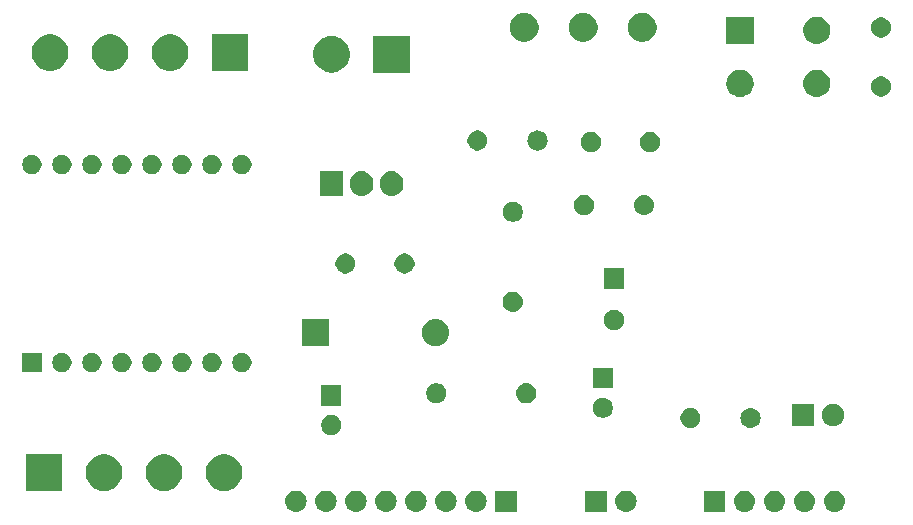
<source format=gbr>
G04 #@! TF.GenerationSoftware,KiCad,Pcbnew,(5.1.0)-1*
G04 #@! TF.CreationDate,2020-06-14T14:54:15-05:00*
G04 #@! TF.ProjectId,ESP32_BridgeH,45535033-325f-4427-9269-646765482e6b,0*
G04 #@! TF.SameCoordinates,Original*
G04 #@! TF.FileFunction,Soldermask,Bot*
G04 #@! TF.FilePolarity,Negative*
%FSLAX46Y46*%
G04 Gerber Fmt 4.6, Leading zero omitted, Abs format (unit mm)*
G04 Created by KiCad (PCBNEW (5.1.0)-1) date 2020-06-14 14:54:15*
%MOMM*%
%LPD*%
G04 APERTURE LIST*
%ADD10C,0.100000*%
G04 APERTURE END LIST*
D10*
G36*
X197087443Y-134868519D02*
G01*
X197153627Y-134875037D01*
X197323466Y-134926557D01*
X197479991Y-135010222D01*
X197515729Y-135039552D01*
X197617186Y-135122814D01*
X197700448Y-135224271D01*
X197729778Y-135260009D01*
X197813443Y-135416534D01*
X197864963Y-135586373D01*
X197882359Y-135763000D01*
X197864963Y-135939627D01*
X197813443Y-136109466D01*
X197729778Y-136265991D01*
X197700448Y-136301729D01*
X197617186Y-136403186D01*
X197515729Y-136486448D01*
X197479991Y-136515778D01*
X197323466Y-136599443D01*
X197153627Y-136650963D01*
X197087443Y-136657481D01*
X197021260Y-136664000D01*
X196932740Y-136664000D01*
X196866557Y-136657481D01*
X196800373Y-136650963D01*
X196630534Y-136599443D01*
X196474009Y-136515778D01*
X196438271Y-136486448D01*
X196336814Y-136403186D01*
X196253552Y-136301729D01*
X196224222Y-136265991D01*
X196140557Y-136109466D01*
X196089037Y-135939627D01*
X196071641Y-135763000D01*
X196089037Y-135586373D01*
X196140557Y-135416534D01*
X196224222Y-135260009D01*
X196253552Y-135224271D01*
X196336814Y-135122814D01*
X196438271Y-135039552D01*
X196474009Y-135010222D01*
X196630534Y-134926557D01*
X196800373Y-134875037D01*
X196866557Y-134868519D01*
X196932740Y-134862000D01*
X197021260Y-134862000D01*
X197087443Y-134868519D01*
X197087443Y-134868519D01*
G37*
G36*
X170065000Y-136664000D02*
G01*
X168263000Y-136664000D01*
X168263000Y-134862000D01*
X170065000Y-134862000D01*
X170065000Y-136664000D01*
X170065000Y-136664000D01*
G37*
G36*
X177685000Y-136664000D02*
G01*
X175883000Y-136664000D01*
X175883000Y-134862000D01*
X177685000Y-134862000D01*
X177685000Y-136664000D01*
X177685000Y-136664000D01*
G37*
G36*
X179434443Y-134868519D02*
G01*
X179500627Y-134875037D01*
X179670466Y-134926557D01*
X179826991Y-135010222D01*
X179862729Y-135039552D01*
X179964186Y-135122814D01*
X180047448Y-135224271D01*
X180076778Y-135260009D01*
X180160443Y-135416534D01*
X180211963Y-135586373D01*
X180229359Y-135763000D01*
X180211963Y-135939627D01*
X180160443Y-136109466D01*
X180076778Y-136265991D01*
X180047448Y-136301729D01*
X179964186Y-136403186D01*
X179862729Y-136486448D01*
X179826991Y-136515778D01*
X179670466Y-136599443D01*
X179500627Y-136650963D01*
X179434443Y-136657481D01*
X179368260Y-136664000D01*
X179279740Y-136664000D01*
X179213557Y-136657481D01*
X179147373Y-136650963D01*
X178977534Y-136599443D01*
X178821009Y-136515778D01*
X178785271Y-136486448D01*
X178683814Y-136403186D01*
X178600552Y-136301729D01*
X178571222Y-136265991D01*
X178487557Y-136109466D01*
X178436037Y-135939627D01*
X178418641Y-135763000D01*
X178436037Y-135586373D01*
X178487557Y-135416534D01*
X178571222Y-135260009D01*
X178600552Y-135224271D01*
X178683814Y-135122814D01*
X178785271Y-135039552D01*
X178821009Y-135010222D01*
X178977534Y-134926557D01*
X179147373Y-134875037D01*
X179213557Y-134868519D01*
X179279740Y-134862000D01*
X179368260Y-134862000D01*
X179434443Y-134868519D01*
X179434443Y-134868519D01*
G37*
G36*
X187718000Y-136664000D02*
G01*
X185916000Y-136664000D01*
X185916000Y-134862000D01*
X187718000Y-134862000D01*
X187718000Y-136664000D01*
X187718000Y-136664000D01*
G37*
G36*
X189467443Y-134868519D02*
G01*
X189533627Y-134875037D01*
X189703466Y-134926557D01*
X189859991Y-135010222D01*
X189895729Y-135039552D01*
X189997186Y-135122814D01*
X190080448Y-135224271D01*
X190109778Y-135260009D01*
X190193443Y-135416534D01*
X190244963Y-135586373D01*
X190262359Y-135763000D01*
X190244963Y-135939627D01*
X190193443Y-136109466D01*
X190109778Y-136265991D01*
X190080448Y-136301729D01*
X189997186Y-136403186D01*
X189895729Y-136486448D01*
X189859991Y-136515778D01*
X189703466Y-136599443D01*
X189533627Y-136650963D01*
X189467443Y-136657481D01*
X189401260Y-136664000D01*
X189312740Y-136664000D01*
X189246557Y-136657481D01*
X189180373Y-136650963D01*
X189010534Y-136599443D01*
X188854009Y-136515778D01*
X188818271Y-136486448D01*
X188716814Y-136403186D01*
X188633552Y-136301729D01*
X188604222Y-136265991D01*
X188520557Y-136109466D01*
X188469037Y-135939627D01*
X188451641Y-135763000D01*
X188469037Y-135586373D01*
X188520557Y-135416534D01*
X188604222Y-135260009D01*
X188633552Y-135224271D01*
X188716814Y-135122814D01*
X188818271Y-135039552D01*
X188854009Y-135010222D01*
X189010534Y-134926557D01*
X189180373Y-134875037D01*
X189246557Y-134868519D01*
X189312740Y-134862000D01*
X189401260Y-134862000D01*
X189467443Y-134868519D01*
X189467443Y-134868519D01*
G37*
G36*
X192007443Y-134868519D02*
G01*
X192073627Y-134875037D01*
X192243466Y-134926557D01*
X192399991Y-135010222D01*
X192435729Y-135039552D01*
X192537186Y-135122814D01*
X192620448Y-135224271D01*
X192649778Y-135260009D01*
X192733443Y-135416534D01*
X192784963Y-135586373D01*
X192802359Y-135763000D01*
X192784963Y-135939627D01*
X192733443Y-136109466D01*
X192649778Y-136265991D01*
X192620448Y-136301729D01*
X192537186Y-136403186D01*
X192435729Y-136486448D01*
X192399991Y-136515778D01*
X192243466Y-136599443D01*
X192073627Y-136650963D01*
X192007443Y-136657481D01*
X191941260Y-136664000D01*
X191852740Y-136664000D01*
X191786557Y-136657481D01*
X191720373Y-136650963D01*
X191550534Y-136599443D01*
X191394009Y-136515778D01*
X191358271Y-136486448D01*
X191256814Y-136403186D01*
X191173552Y-136301729D01*
X191144222Y-136265991D01*
X191060557Y-136109466D01*
X191009037Y-135939627D01*
X190991641Y-135763000D01*
X191009037Y-135586373D01*
X191060557Y-135416534D01*
X191144222Y-135260009D01*
X191173552Y-135224271D01*
X191256814Y-135122814D01*
X191358271Y-135039552D01*
X191394009Y-135010222D01*
X191550534Y-134926557D01*
X191720373Y-134875037D01*
X191786557Y-134868519D01*
X191852740Y-134862000D01*
X191941260Y-134862000D01*
X192007443Y-134868519D01*
X192007443Y-134868519D01*
G37*
G36*
X194547443Y-134868519D02*
G01*
X194613627Y-134875037D01*
X194783466Y-134926557D01*
X194939991Y-135010222D01*
X194975729Y-135039552D01*
X195077186Y-135122814D01*
X195160448Y-135224271D01*
X195189778Y-135260009D01*
X195273443Y-135416534D01*
X195324963Y-135586373D01*
X195342359Y-135763000D01*
X195324963Y-135939627D01*
X195273443Y-136109466D01*
X195189778Y-136265991D01*
X195160448Y-136301729D01*
X195077186Y-136403186D01*
X194975729Y-136486448D01*
X194939991Y-136515778D01*
X194783466Y-136599443D01*
X194613627Y-136650963D01*
X194547443Y-136657481D01*
X194481260Y-136664000D01*
X194392740Y-136664000D01*
X194326557Y-136657481D01*
X194260373Y-136650963D01*
X194090534Y-136599443D01*
X193934009Y-136515778D01*
X193898271Y-136486448D01*
X193796814Y-136403186D01*
X193713552Y-136301729D01*
X193684222Y-136265991D01*
X193600557Y-136109466D01*
X193549037Y-135939627D01*
X193531641Y-135763000D01*
X193549037Y-135586373D01*
X193600557Y-135416534D01*
X193684222Y-135260009D01*
X193713552Y-135224271D01*
X193796814Y-135122814D01*
X193898271Y-135039552D01*
X193934009Y-135010222D01*
X194090534Y-134926557D01*
X194260373Y-134875037D01*
X194326557Y-134868519D01*
X194392740Y-134862000D01*
X194481260Y-134862000D01*
X194547443Y-134868519D01*
X194547443Y-134868519D01*
G37*
G36*
X164194443Y-134868519D02*
G01*
X164260627Y-134875037D01*
X164430466Y-134926557D01*
X164586991Y-135010222D01*
X164622729Y-135039552D01*
X164724186Y-135122814D01*
X164807448Y-135224271D01*
X164836778Y-135260009D01*
X164920443Y-135416534D01*
X164971963Y-135586373D01*
X164989359Y-135763000D01*
X164971963Y-135939627D01*
X164920443Y-136109466D01*
X164836778Y-136265991D01*
X164807448Y-136301729D01*
X164724186Y-136403186D01*
X164622729Y-136486448D01*
X164586991Y-136515778D01*
X164430466Y-136599443D01*
X164260627Y-136650963D01*
X164194443Y-136657481D01*
X164128260Y-136664000D01*
X164039740Y-136664000D01*
X163973557Y-136657481D01*
X163907373Y-136650963D01*
X163737534Y-136599443D01*
X163581009Y-136515778D01*
X163545271Y-136486448D01*
X163443814Y-136403186D01*
X163360552Y-136301729D01*
X163331222Y-136265991D01*
X163247557Y-136109466D01*
X163196037Y-135939627D01*
X163178641Y-135763000D01*
X163196037Y-135586373D01*
X163247557Y-135416534D01*
X163331222Y-135260009D01*
X163360552Y-135224271D01*
X163443814Y-135122814D01*
X163545271Y-135039552D01*
X163581009Y-135010222D01*
X163737534Y-134926557D01*
X163907373Y-134875037D01*
X163973557Y-134868519D01*
X164039740Y-134862000D01*
X164128260Y-134862000D01*
X164194443Y-134868519D01*
X164194443Y-134868519D01*
G37*
G36*
X161654443Y-134868519D02*
G01*
X161720627Y-134875037D01*
X161890466Y-134926557D01*
X162046991Y-135010222D01*
X162082729Y-135039552D01*
X162184186Y-135122814D01*
X162267448Y-135224271D01*
X162296778Y-135260009D01*
X162380443Y-135416534D01*
X162431963Y-135586373D01*
X162449359Y-135763000D01*
X162431963Y-135939627D01*
X162380443Y-136109466D01*
X162296778Y-136265991D01*
X162267448Y-136301729D01*
X162184186Y-136403186D01*
X162082729Y-136486448D01*
X162046991Y-136515778D01*
X161890466Y-136599443D01*
X161720627Y-136650963D01*
X161654443Y-136657481D01*
X161588260Y-136664000D01*
X161499740Y-136664000D01*
X161433557Y-136657481D01*
X161367373Y-136650963D01*
X161197534Y-136599443D01*
X161041009Y-136515778D01*
X161005271Y-136486448D01*
X160903814Y-136403186D01*
X160820552Y-136301729D01*
X160791222Y-136265991D01*
X160707557Y-136109466D01*
X160656037Y-135939627D01*
X160638641Y-135763000D01*
X160656037Y-135586373D01*
X160707557Y-135416534D01*
X160791222Y-135260009D01*
X160820552Y-135224271D01*
X160903814Y-135122814D01*
X161005271Y-135039552D01*
X161041009Y-135010222D01*
X161197534Y-134926557D01*
X161367373Y-134875037D01*
X161433557Y-134868519D01*
X161499740Y-134862000D01*
X161588260Y-134862000D01*
X161654443Y-134868519D01*
X161654443Y-134868519D01*
G37*
G36*
X159114443Y-134868519D02*
G01*
X159180627Y-134875037D01*
X159350466Y-134926557D01*
X159506991Y-135010222D01*
X159542729Y-135039552D01*
X159644186Y-135122814D01*
X159727448Y-135224271D01*
X159756778Y-135260009D01*
X159840443Y-135416534D01*
X159891963Y-135586373D01*
X159909359Y-135763000D01*
X159891963Y-135939627D01*
X159840443Y-136109466D01*
X159756778Y-136265991D01*
X159727448Y-136301729D01*
X159644186Y-136403186D01*
X159542729Y-136486448D01*
X159506991Y-136515778D01*
X159350466Y-136599443D01*
X159180627Y-136650963D01*
X159114443Y-136657481D01*
X159048260Y-136664000D01*
X158959740Y-136664000D01*
X158893557Y-136657481D01*
X158827373Y-136650963D01*
X158657534Y-136599443D01*
X158501009Y-136515778D01*
X158465271Y-136486448D01*
X158363814Y-136403186D01*
X158280552Y-136301729D01*
X158251222Y-136265991D01*
X158167557Y-136109466D01*
X158116037Y-135939627D01*
X158098641Y-135763000D01*
X158116037Y-135586373D01*
X158167557Y-135416534D01*
X158251222Y-135260009D01*
X158280552Y-135224271D01*
X158363814Y-135122814D01*
X158465271Y-135039552D01*
X158501009Y-135010222D01*
X158657534Y-134926557D01*
X158827373Y-134875037D01*
X158893557Y-134868519D01*
X158959740Y-134862000D01*
X159048260Y-134862000D01*
X159114443Y-134868519D01*
X159114443Y-134868519D01*
G37*
G36*
X156574443Y-134868519D02*
G01*
X156640627Y-134875037D01*
X156810466Y-134926557D01*
X156966991Y-135010222D01*
X157002729Y-135039552D01*
X157104186Y-135122814D01*
X157187448Y-135224271D01*
X157216778Y-135260009D01*
X157300443Y-135416534D01*
X157351963Y-135586373D01*
X157369359Y-135763000D01*
X157351963Y-135939627D01*
X157300443Y-136109466D01*
X157216778Y-136265991D01*
X157187448Y-136301729D01*
X157104186Y-136403186D01*
X157002729Y-136486448D01*
X156966991Y-136515778D01*
X156810466Y-136599443D01*
X156640627Y-136650963D01*
X156574443Y-136657481D01*
X156508260Y-136664000D01*
X156419740Y-136664000D01*
X156353557Y-136657481D01*
X156287373Y-136650963D01*
X156117534Y-136599443D01*
X155961009Y-136515778D01*
X155925271Y-136486448D01*
X155823814Y-136403186D01*
X155740552Y-136301729D01*
X155711222Y-136265991D01*
X155627557Y-136109466D01*
X155576037Y-135939627D01*
X155558641Y-135763000D01*
X155576037Y-135586373D01*
X155627557Y-135416534D01*
X155711222Y-135260009D01*
X155740552Y-135224271D01*
X155823814Y-135122814D01*
X155925271Y-135039552D01*
X155961009Y-135010222D01*
X156117534Y-134926557D01*
X156287373Y-134875037D01*
X156353557Y-134868519D01*
X156419740Y-134862000D01*
X156508260Y-134862000D01*
X156574443Y-134868519D01*
X156574443Y-134868519D01*
G37*
G36*
X154034443Y-134868519D02*
G01*
X154100627Y-134875037D01*
X154270466Y-134926557D01*
X154426991Y-135010222D01*
X154462729Y-135039552D01*
X154564186Y-135122814D01*
X154647448Y-135224271D01*
X154676778Y-135260009D01*
X154760443Y-135416534D01*
X154811963Y-135586373D01*
X154829359Y-135763000D01*
X154811963Y-135939627D01*
X154760443Y-136109466D01*
X154676778Y-136265991D01*
X154647448Y-136301729D01*
X154564186Y-136403186D01*
X154462729Y-136486448D01*
X154426991Y-136515778D01*
X154270466Y-136599443D01*
X154100627Y-136650963D01*
X154034443Y-136657481D01*
X153968260Y-136664000D01*
X153879740Y-136664000D01*
X153813557Y-136657481D01*
X153747373Y-136650963D01*
X153577534Y-136599443D01*
X153421009Y-136515778D01*
X153385271Y-136486448D01*
X153283814Y-136403186D01*
X153200552Y-136301729D01*
X153171222Y-136265991D01*
X153087557Y-136109466D01*
X153036037Y-135939627D01*
X153018641Y-135763000D01*
X153036037Y-135586373D01*
X153087557Y-135416534D01*
X153171222Y-135260009D01*
X153200552Y-135224271D01*
X153283814Y-135122814D01*
X153385271Y-135039552D01*
X153421009Y-135010222D01*
X153577534Y-134926557D01*
X153747373Y-134875037D01*
X153813557Y-134868519D01*
X153879740Y-134862000D01*
X153968260Y-134862000D01*
X154034443Y-134868519D01*
X154034443Y-134868519D01*
G37*
G36*
X151494443Y-134868519D02*
G01*
X151560627Y-134875037D01*
X151730466Y-134926557D01*
X151886991Y-135010222D01*
X151922729Y-135039552D01*
X152024186Y-135122814D01*
X152107448Y-135224271D01*
X152136778Y-135260009D01*
X152220443Y-135416534D01*
X152271963Y-135586373D01*
X152289359Y-135763000D01*
X152271963Y-135939627D01*
X152220443Y-136109466D01*
X152136778Y-136265991D01*
X152107448Y-136301729D01*
X152024186Y-136403186D01*
X151922729Y-136486448D01*
X151886991Y-136515778D01*
X151730466Y-136599443D01*
X151560627Y-136650963D01*
X151494443Y-136657481D01*
X151428260Y-136664000D01*
X151339740Y-136664000D01*
X151273557Y-136657481D01*
X151207373Y-136650963D01*
X151037534Y-136599443D01*
X150881009Y-136515778D01*
X150845271Y-136486448D01*
X150743814Y-136403186D01*
X150660552Y-136301729D01*
X150631222Y-136265991D01*
X150547557Y-136109466D01*
X150496037Y-135939627D01*
X150478641Y-135763000D01*
X150496037Y-135586373D01*
X150547557Y-135416534D01*
X150631222Y-135260009D01*
X150660552Y-135224271D01*
X150743814Y-135122814D01*
X150845271Y-135039552D01*
X150881009Y-135010222D01*
X151037534Y-134926557D01*
X151207373Y-134875037D01*
X151273557Y-134868519D01*
X151339740Y-134862000D01*
X151428260Y-134862000D01*
X151494443Y-134868519D01*
X151494443Y-134868519D01*
G37*
G36*
X166734443Y-134868519D02*
G01*
X166800627Y-134875037D01*
X166970466Y-134926557D01*
X167126991Y-135010222D01*
X167162729Y-135039552D01*
X167264186Y-135122814D01*
X167347448Y-135224271D01*
X167376778Y-135260009D01*
X167460443Y-135416534D01*
X167511963Y-135586373D01*
X167529359Y-135763000D01*
X167511963Y-135939627D01*
X167460443Y-136109466D01*
X167376778Y-136265991D01*
X167347448Y-136301729D01*
X167264186Y-136403186D01*
X167162729Y-136486448D01*
X167126991Y-136515778D01*
X166970466Y-136599443D01*
X166800627Y-136650963D01*
X166734443Y-136657481D01*
X166668260Y-136664000D01*
X166579740Y-136664000D01*
X166513557Y-136657481D01*
X166447373Y-136650963D01*
X166277534Y-136599443D01*
X166121009Y-136515778D01*
X166085271Y-136486448D01*
X165983814Y-136403186D01*
X165900552Y-136301729D01*
X165871222Y-136265991D01*
X165787557Y-136109466D01*
X165736037Y-135939627D01*
X165718641Y-135763000D01*
X165736037Y-135586373D01*
X165787557Y-135416534D01*
X165871222Y-135260009D01*
X165900552Y-135224271D01*
X165983814Y-135122814D01*
X166085271Y-135039552D01*
X166121009Y-135010222D01*
X166277534Y-134926557D01*
X166447373Y-134875037D01*
X166513557Y-134868519D01*
X166579740Y-134862000D01*
X166668260Y-134862000D01*
X166734443Y-134868519D01*
X166734443Y-134868519D01*
G37*
G36*
X131599000Y-134901000D02*
G01*
X128497000Y-134901000D01*
X128497000Y-131799000D01*
X131599000Y-131799000D01*
X131599000Y-134901000D01*
X131599000Y-134901000D01*
G37*
G36*
X145590585Y-131828802D02*
G01*
X145740410Y-131858604D01*
X146022674Y-131975521D01*
X146276705Y-132145259D01*
X146492741Y-132361295D01*
X146662479Y-132615326D01*
X146779396Y-132897590D01*
X146839000Y-133197240D01*
X146839000Y-133502760D01*
X146779396Y-133802410D01*
X146662479Y-134084674D01*
X146492741Y-134338705D01*
X146276705Y-134554741D01*
X146022674Y-134724479D01*
X145740410Y-134841396D01*
X145590585Y-134871198D01*
X145440761Y-134901000D01*
X145135239Y-134901000D01*
X144985415Y-134871198D01*
X144835590Y-134841396D01*
X144553326Y-134724479D01*
X144299295Y-134554741D01*
X144083259Y-134338705D01*
X143913521Y-134084674D01*
X143796604Y-133802410D01*
X143737000Y-133502760D01*
X143737000Y-133197240D01*
X143796604Y-132897590D01*
X143913521Y-132615326D01*
X144083259Y-132361295D01*
X144299295Y-132145259D01*
X144553326Y-131975521D01*
X144835590Y-131858604D01*
X144985415Y-131828802D01*
X145135239Y-131799000D01*
X145440761Y-131799000D01*
X145590585Y-131828802D01*
X145590585Y-131828802D01*
G37*
G36*
X135430585Y-131828802D02*
G01*
X135580410Y-131858604D01*
X135862674Y-131975521D01*
X136116705Y-132145259D01*
X136332741Y-132361295D01*
X136502479Y-132615326D01*
X136619396Y-132897590D01*
X136679000Y-133197240D01*
X136679000Y-133502760D01*
X136619396Y-133802410D01*
X136502479Y-134084674D01*
X136332741Y-134338705D01*
X136116705Y-134554741D01*
X135862674Y-134724479D01*
X135580410Y-134841396D01*
X135430585Y-134871198D01*
X135280761Y-134901000D01*
X134975239Y-134901000D01*
X134825415Y-134871198D01*
X134675590Y-134841396D01*
X134393326Y-134724479D01*
X134139295Y-134554741D01*
X133923259Y-134338705D01*
X133753521Y-134084674D01*
X133636604Y-133802410D01*
X133577000Y-133502760D01*
X133577000Y-133197240D01*
X133636604Y-132897590D01*
X133753521Y-132615326D01*
X133923259Y-132361295D01*
X134139295Y-132145259D01*
X134393326Y-131975521D01*
X134675590Y-131858604D01*
X134825415Y-131828802D01*
X134975239Y-131799000D01*
X135280761Y-131799000D01*
X135430585Y-131828802D01*
X135430585Y-131828802D01*
G37*
G36*
X140510585Y-131828802D02*
G01*
X140660410Y-131858604D01*
X140942674Y-131975521D01*
X141196705Y-132145259D01*
X141412741Y-132361295D01*
X141582479Y-132615326D01*
X141699396Y-132897590D01*
X141759000Y-133197240D01*
X141759000Y-133502760D01*
X141699396Y-133802410D01*
X141582479Y-134084674D01*
X141412741Y-134338705D01*
X141196705Y-134554741D01*
X140942674Y-134724479D01*
X140660410Y-134841396D01*
X140510585Y-134871198D01*
X140360761Y-134901000D01*
X140055239Y-134901000D01*
X139905415Y-134871198D01*
X139755590Y-134841396D01*
X139473326Y-134724479D01*
X139219295Y-134554741D01*
X139003259Y-134338705D01*
X138833521Y-134084674D01*
X138716604Y-133802410D01*
X138657000Y-133502760D01*
X138657000Y-133197240D01*
X138716604Y-132897590D01*
X138833521Y-132615326D01*
X139003259Y-132361295D01*
X139219295Y-132145259D01*
X139473326Y-131975521D01*
X139755590Y-131858604D01*
X139905415Y-131828802D01*
X140055239Y-131799000D01*
X140360761Y-131799000D01*
X140510585Y-131828802D01*
X140510585Y-131828802D01*
G37*
G36*
X154616228Y-128491703D02*
G01*
X154771100Y-128555853D01*
X154910481Y-128648985D01*
X155029015Y-128767519D01*
X155122147Y-128906900D01*
X155186297Y-129061772D01*
X155219000Y-129226184D01*
X155219000Y-129393816D01*
X155186297Y-129558228D01*
X155122147Y-129713100D01*
X155029015Y-129852481D01*
X154910481Y-129971015D01*
X154771100Y-130064147D01*
X154616228Y-130128297D01*
X154451816Y-130161000D01*
X154284184Y-130161000D01*
X154119772Y-130128297D01*
X153964900Y-130064147D01*
X153825519Y-129971015D01*
X153706985Y-129852481D01*
X153613853Y-129713100D01*
X153549703Y-129558228D01*
X153517000Y-129393816D01*
X153517000Y-129226184D01*
X153549703Y-129061772D01*
X153613853Y-128906900D01*
X153706985Y-128767519D01*
X153825519Y-128648985D01*
X153964900Y-128555853D01*
X154119772Y-128491703D01*
X154284184Y-128459000D01*
X154451816Y-128459000D01*
X154616228Y-128491703D01*
X154616228Y-128491703D01*
G37*
G36*
X185033228Y-127895703D02*
G01*
X185188100Y-127959853D01*
X185327481Y-128052985D01*
X185446015Y-128171519D01*
X185539147Y-128310900D01*
X185603297Y-128465772D01*
X185636000Y-128630184D01*
X185636000Y-128797816D01*
X185603297Y-128962228D01*
X185539147Y-129117100D01*
X185446015Y-129256481D01*
X185327481Y-129375015D01*
X185188100Y-129468147D01*
X185033228Y-129532297D01*
X184868816Y-129565000D01*
X184701184Y-129565000D01*
X184536772Y-129532297D01*
X184381900Y-129468147D01*
X184242519Y-129375015D01*
X184123985Y-129256481D01*
X184030853Y-129117100D01*
X183966703Y-128962228D01*
X183934000Y-128797816D01*
X183934000Y-128630184D01*
X183966703Y-128465772D01*
X184030853Y-128310900D01*
X184123985Y-128171519D01*
X184242519Y-128052985D01*
X184381900Y-127959853D01*
X184536772Y-127895703D01*
X184701184Y-127863000D01*
X184868816Y-127863000D01*
X185033228Y-127895703D01*
X185033228Y-127895703D01*
G37*
G36*
X190031823Y-127875313D02*
G01*
X190192242Y-127923976D01*
X190259361Y-127959852D01*
X190340078Y-128002996D01*
X190469659Y-128109341D01*
X190576004Y-128238922D01*
X190576005Y-128238924D01*
X190655024Y-128386758D01*
X190703687Y-128547177D01*
X190720117Y-128714000D01*
X190703687Y-128880823D01*
X190655024Y-129041242D01*
X190614477Y-129117100D01*
X190576004Y-129189078D01*
X190469659Y-129318659D01*
X190340078Y-129425004D01*
X190340076Y-129425005D01*
X190192242Y-129504024D01*
X190031823Y-129552687D01*
X189906804Y-129565000D01*
X189823196Y-129565000D01*
X189698177Y-129552687D01*
X189537758Y-129504024D01*
X189389924Y-129425005D01*
X189389922Y-129425004D01*
X189260341Y-129318659D01*
X189153996Y-129189078D01*
X189115523Y-129117100D01*
X189074976Y-129041242D01*
X189026313Y-128880823D01*
X189009883Y-128714000D01*
X189026313Y-128547177D01*
X189074976Y-128386758D01*
X189153995Y-128238924D01*
X189153996Y-128238922D01*
X189260341Y-128109341D01*
X189389922Y-128002996D01*
X189470639Y-127959852D01*
X189537758Y-127923976D01*
X189698177Y-127875313D01*
X189823196Y-127863000D01*
X189906804Y-127863000D01*
X190031823Y-127875313D01*
X190031823Y-127875313D01*
G37*
G36*
X195261000Y-129411000D02*
G01*
X193359000Y-129411000D01*
X193359000Y-127509000D01*
X195261000Y-127509000D01*
X195261000Y-129411000D01*
X195261000Y-129411000D01*
G37*
G36*
X197127395Y-127545546D02*
G01*
X197300466Y-127617234D01*
X197300467Y-127617235D01*
X197456227Y-127721310D01*
X197588690Y-127853773D01*
X197616708Y-127895705D01*
X197692766Y-128009534D01*
X197764454Y-128182605D01*
X197801000Y-128366333D01*
X197801000Y-128553667D01*
X197764454Y-128737395D01*
X197692766Y-128910466D01*
X197692765Y-128910467D01*
X197588690Y-129066227D01*
X197456227Y-129198690D01*
X197377818Y-129251081D01*
X197300466Y-129302766D01*
X197127395Y-129374454D01*
X196943667Y-129411000D01*
X196756333Y-129411000D01*
X196572605Y-129374454D01*
X196399534Y-129302766D01*
X196322182Y-129251081D01*
X196243773Y-129198690D01*
X196111310Y-129066227D01*
X196007235Y-128910467D01*
X196007234Y-128910466D01*
X195935546Y-128737395D01*
X195899000Y-128553667D01*
X195899000Y-128366333D01*
X195935546Y-128182605D01*
X196007234Y-128009534D01*
X196083292Y-127895705D01*
X196111310Y-127853773D01*
X196243773Y-127721310D01*
X196399533Y-127617235D01*
X196399534Y-127617234D01*
X196572605Y-127545546D01*
X196756333Y-127509000D01*
X196943667Y-127509000D01*
X197127395Y-127545546D01*
X197127395Y-127545546D01*
G37*
G36*
X177604228Y-127030703D02*
G01*
X177759100Y-127094853D01*
X177898481Y-127187985D01*
X178017015Y-127306519D01*
X178110147Y-127445900D01*
X178174297Y-127600772D01*
X178207000Y-127765184D01*
X178207000Y-127932816D01*
X178174297Y-128097228D01*
X178110147Y-128252100D01*
X178017015Y-128391481D01*
X177898481Y-128510015D01*
X177759100Y-128603147D01*
X177604228Y-128667297D01*
X177439816Y-128700000D01*
X177272184Y-128700000D01*
X177107772Y-128667297D01*
X176952900Y-128603147D01*
X176813519Y-128510015D01*
X176694985Y-128391481D01*
X176601853Y-128252100D01*
X176537703Y-128097228D01*
X176505000Y-127932816D01*
X176505000Y-127765184D01*
X176537703Y-127600772D01*
X176601853Y-127445900D01*
X176694985Y-127306519D01*
X176813519Y-127187985D01*
X176952900Y-127094853D01*
X177107772Y-127030703D01*
X177272184Y-126998000D01*
X177439816Y-126998000D01*
X177604228Y-127030703D01*
X177604228Y-127030703D01*
G37*
G36*
X155219000Y-127661000D02*
G01*
X153517000Y-127661000D01*
X153517000Y-125959000D01*
X155219000Y-125959000D01*
X155219000Y-127661000D01*
X155219000Y-127661000D01*
G37*
G36*
X163506228Y-125800703D02*
G01*
X163661100Y-125864853D01*
X163800481Y-125957985D01*
X163919015Y-126076519D01*
X164012147Y-126215900D01*
X164076297Y-126370772D01*
X164109000Y-126535184D01*
X164109000Y-126702816D01*
X164076297Y-126867228D01*
X164012147Y-127022100D01*
X163919015Y-127161481D01*
X163800481Y-127280015D01*
X163661100Y-127373147D01*
X163506228Y-127437297D01*
X163341816Y-127470000D01*
X163174184Y-127470000D01*
X163009772Y-127437297D01*
X162854900Y-127373147D01*
X162715519Y-127280015D01*
X162596985Y-127161481D01*
X162503853Y-127022100D01*
X162439703Y-126867228D01*
X162407000Y-126702816D01*
X162407000Y-126535184D01*
X162439703Y-126370772D01*
X162503853Y-126215900D01*
X162596985Y-126076519D01*
X162715519Y-125957985D01*
X162854900Y-125864853D01*
X163009772Y-125800703D01*
X163174184Y-125768000D01*
X163341816Y-125768000D01*
X163506228Y-125800703D01*
X163506228Y-125800703D01*
G37*
G36*
X171044823Y-125780313D02*
G01*
X171205242Y-125828976D01*
X171272361Y-125864852D01*
X171353078Y-125907996D01*
X171482659Y-126014341D01*
X171589004Y-126143922D01*
X171589005Y-126143924D01*
X171668024Y-126291758D01*
X171716687Y-126452177D01*
X171733117Y-126619000D01*
X171716687Y-126785823D01*
X171668024Y-126946242D01*
X171597114Y-127078906D01*
X171589004Y-127094078D01*
X171482659Y-127223659D01*
X171353078Y-127330004D01*
X171353076Y-127330005D01*
X171205242Y-127409024D01*
X171044823Y-127457687D01*
X170919804Y-127470000D01*
X170836196Y-127470000D01*
X170711177Y-127457687D01*
X170550758Y-127409024D01*
X170402924Y-127330005D01*
X170402922Y-127330004D01*
X170273341Y-127223659D01*
X170166996Y-127094078D01*
X170158886Y-127078906D01*
X170087976Y-126946242D01*
X170039313Y-126785823D01*
X170022883Y-126619000D01*
X170039313Y-126452177D01*
X170087976Y-126291758D01*
X170166995Y-126143924D01*
X170166996Y-126143922D01*
X170273341Y-126014341D01*
X170402922Y-125907996D01*
X170483639Y-125864852D01*
X170550758Y-125828976D01*
X170711177Y-125780313D01*
X170836196Y-125768000D01*
X170919804Y-125768000D01*
X171044823Y-125780313D01*
X171044823Y-125780313D01*
G37*
G36*
X178207000Y-126200000D02*
G01*
X176505000Y-126200000D01*
X176505000Y-124498000D01*
X178207000Y-124498000D01*
X178207000Y-126200000D01*
X178207000Y-126200000D01*
G37*
G36*
X134349142Y-123234242D02*
G01*
X134497101Y-123295529D01*
X134630255Y-123384499D01*
X134743501Y-123497745D01*
X134832471Y-123630899D01*
X134893758Y-123778858D01*
X134925000Y-123935925D01*
X134925000Y-124096075D01*
X134893758Y-124253142D01*
X134832471Y-124401101D01*
X134743501Y-124534255D01*
X134630255Y-124647501D01*
X134497101Y-124736471D01*
X134349142Y-124797758D01*
X134192075Y-124829000D01*
X134031925Y-124829000D01*
X133874858Y-124797758D01*
X133726899Y-124736471D01*
X133593745Y-124647501D01*
X133480499Y-124534255D01*
X133391529Y-124401101D01*
X133330242Y-124253142D01*
X133299000Y-124096075D01*
X133299000Y-123935925D01*
X133330242Y-123778858D01*
X133391529Y-123630899D01*
X133480499Y-123497745D01*
X133593745Y-123384499D01*
X133726899Y-123295529D01*
X133874858Y-123234242D01*
X134031925Y-123203000D01*
X134192075Y-123203000D01*
X134349142Y-123234242D01*
X134349142Y-123234242D01*
G37*
G36*
X129845000Y-124829000D02*
G01*
X128219000Y-124829000D01*
X128219000Y-123203000D01*
X129845000Y-123203000D01*
X129845000Y-124829000D01*
X129845000Y-124829000D01*
G37*
G36*
X131809142Y-123234242D02*
G01*
X131957101Y-123295529D01*
X132090255Y-123384499D01*
X132203501Y-123497745D01*
X132292471Y-123630899D01*
X132353758Y-123778858D01*
X132385000Y-123935925D01*
X132385000Y-124096075D01*
X132353758Y-124253142D01*
X132292471Y-124401101D01*
X132203501Y-124534255D01*
X132090255Y-124647501D01*
X131957101Y-124736471D01*
X131809142Y-124797758D01*
X131652075Y-124829000D01*
X131491925Y-124829000D01*
X131334858Y-124797758D01*
X131186899Y-124736471D01*
X131053745Y-124647501D01*
X130940499Y-124534255D01*
X130851529Y-124401101D01*
X130790242Y-124253142D01*
X130759000Y-124096075D01*
X130759000Y-123935925D01*
X130790242Y-123778858D01*
X130851529Y-123630899D01*
X130940499Y-123497745D01*
X131053745Y-123384499D01*
X131186899Y-123295529D01*
X131334858Y-123234242D01*
X131491925Y-123203000D01*
X131652075Y-123203000D01*
X131809142Y-123234242D01*
X131809142Y-123234242D01*
G37*
G36*
X136889142Y-123234242D02*
G01*
X137037101Y-123295529D01*
X137170255Y-123384499D01*
X137283501Y-123497745D01*
X137372471Y-123630899D01*
X137433758Y-123778858D01*
X137465000Y-123935925D01*
X137465000Y-124096075D01*
X137433758Y-124253142D01*
X137372471Y-124401101D01*
X137283501Y-124534255D01*
X137170255Y-124647501D01*
X137037101Y-124736471D01*
X136889142Y-124797758D01*
X136732075Y-124829000D01*
X136571925Y-124829000D01*
X136414858Y-124797758D01*
X136266899Y-124736471D01*
X136133745Y-124647501D01*
X136020499Y-124534255D01*
X135931529Y-124401101D01*
X135870242Y-124253142D01*
X135839000Y-124096075D01*
X135839000Y-123935925D01*
X135870242Y-123778858D01*
X135931529Y-123630899D01*
X136020499Y-123497745D01*
X136133745Y-123384499D01*
X136266899Y-123295529D01*
X136414858Y-123234242D01*
X136571925Y-123203000D01*
X136732075Y-123203000D01*
X136889142Y-123234242D01*
X136889142Y-123234242D01*
G37*
G36*
X139429142Y-123234242D02*
G01*
X139577101Y-123295529D01*
X139710255Y-123384499D01*
X139823501Y-123497745D01*
X139912471Y-123630899D01*
X139973758Y-123778858D01*
X140005000Y-123935925D01*
X140005000Y-124096075D01*
X139973758Y-124253142D01*
X139912471Y-124401101D01*
X139823501Y-124534255D01*
X139710255Y-124647501D01*
X139577101Y-124736471D01*
X139429142Y-124797758D01*
X139272075Y-124829000D01*
X139111925Y-124829000D01*
X138954858Y-124797758D01*
X138806899Y-124736471D01*
X138673745Y-124647501D01*
X138560499Y-124534255D01*
X138471529Y-124401101D01*
X138410242Y-124253142D01*
X138379000Y-124096075D01*
X138379000Y-123935925D01*
X138410242Y-123778858D01*
X138471529Y-123630899D01*
X138560499Y-123497745D01*
X138673745Y-123384499D01*
X138806899Y-123295529D01*
X138954858Y-123234242D01*
X139111925Y-123203000D01*
X139272075Y-123203000D01*
X139429142Y-123234242D01*
X139429142Y-123234242D01*
G37*
G36*
X147049142Y-123234242D02*
G01*
X147197101Y-123295529D01*
X147330255Y-123384499D01*
X147443501Y-123497745D01*
X147532471Y-123630899D01*
X147593758Y-123778858D01*
X147625000Y-123935925D01*
X147625000Y-124096075D01*
X147593758Y-124253142D01*
X147532471Y-124401101D01*
X147443501Y-124534255D01*
X147330255Y-124647501D01*
X147197101Y-124736471D01*
X147049142Y-124797758D01*
X146892075Y-124829000D01*
X146731925Y-124829000D01*
X146574858Y-124797758D01*
X146426899Y-124736471D01*
X146293745Y-124647501D01*
X146180499Y-124534255D01*
X146091529Y-124401101D01*
X146030242Y-124253142D01*
X145999000Y-124096075D01*
X145999000Y-123935925D01*
X146030242Y-123778858D01*
X146091529Y-123630899D01*
X146180499Y-123497745D01*
X146293745Y-123384499D01*
X146426899Y-123295529D01*
X146574858Y-123234242D01*
X146731925Y-123203000D01*
X146892075Y-123203000D01*
X147049142Y-123234242D01*
X147049142Y-123234242D01*
G37*
G36*
X144509142Y-123234242D02*
G01*
X144657101Y-123295529D01*
X144790255Y-123384499D01*
X144903501Y-123497745D01*
X144992471Y-123630899D01*
X145053758Y-123778858D01*
X145085000Y-123935925D01*
X145085000Y-124096075D01*
X145053758Y-124253142D01*
X144992471Y-124401101D01*
X144903501Y-124534255D01*
X144790255Y-124647501D01*
X144657101Y-124736471D01*
X144509142Y-124797758D01*
X144352075Y-124829000D01*
X144191925Y-124829000D01*
X144034858Y-124797758D01*
X143886899Y-124736471D01*
X143753745Y-124647501D01*
X143640499Y-124534255D01*
X143551529Y-124401101D01*
X143490242Y-124253142D01*
X143459000Y-124096075D01*
X143459000Y-123935925D01*
X143490242Y-123778858D01*
X143551529Y-123630899D01*
X143640499Y-123497745D01*
X143753745Y-123384499D01*
X143886899Y-123295529D01*
X144034858Y-123234242D01*
X144191925Y-123203000D01*
X144352075Y-123203000D01*
X144509142Y-123234242D01*
X144509142Y-123234242D01*
G37*
G36*
X141969142Y-123234242D02*
G01*
X142117101Y-123295529D01*
X142250255Y-123384499D01*
X142363501Y-123497745D01*
X142452471Y-123630899D01*
X142513758Y-123778858D01*
X142545000Y-123935925D01*
X142545000Y-124096075D01*
X142513758Y-124253142D01*
X142452471Y-124401101D01*
X142363501Y-124534255D01*
X142250255Y-124647501D01*
X142117101Y-124736471D01*
X141969142Y-124797758D01*
X141812075Y-124829000D01*
X141651925Y-124829000D01*
X141494858Y-124797758D01*
X141346899Y-124736471D01*
X141213745Y-124647501D01*
X141100499Y-124534255D01*
X141011529Y-124401101D01*
X140950242Y-124253142D01*
X140919000Y-124096075D01*
X140919000Y-123935925D01*
X140950242Y-123778858D01*
X141011529Y-123630899D01*
X141100499Y-123497745D01*
X141213745Y-123384499D01*
X141346899Y-123295529D01*
X141494858Y-123234242D01*
X141651925Y-123203000D01*
X141812075Y-123203000D01*
X141969142Y-123234242D01*
X141969142Y-123234242D01*
G37*
G36*
X154186000Y-122627000D02*
G01*
X151884000Y-122627000D01*
X151884000Y-120325000D01*
X154186000Y-120325000D01*
X154186000Y-122627000D01*
X154186000Y-122627000D01*
G37*
G36*
X163364271Y-120336103D02*
G01*
X163420635Y-120341654D01*
X163637600Y-120407470D01*
X163637602Y-120407471D01*
X163837555Y-120514347D01*
X164012818Y-120658182D01*
X164156653Y-120833445D01*
X164217071Y-120946481D01*
X164263530Y-121033400D01*
X164329346Y-121250365D01*
X164351569Y-121476000D01*
X164329346Y-121701634D01*
X164263529Y-121918602D01*
X164156653Y-122118555D01*
X164012818Y-122293818D01*
X163837555Y-122437653D01*
X163637602Y-122544529D01*
X163637600Y-122544530D01*
X163420635Y-122610346D01*
X163364271Y-122615897D01*
X163251545Y-122627000D01*
X163138455Y-122627000D01*
X163025729Y-122615897D01*
X162969365Y-122610346D01*
X162752400Y-122544530D01*
X162752398Y-122544529D01*
X162552445Y-122437653D01*
X162377182Y-122293818D01*
X162233347Y-122118555D01*
X162126471Y-121918602D01*
X162060654Y-121701634D01*
X162038431Y-121476000D01*
X162060654Y-121250365D01*
X162126470Y-121033400D01*
X162172929Y-120946481D01*
X162233347Y-120833445D01*
X162377182Y-120658182D01*
X162552445Y-120514347D01*
X162752398Y-120407471D01*
X162752400Y-120407470D01*
X162969365Y-120341654D01*
X163025729Y-120336103D01*
X163138455Y-120325000D01*
X163251545Y-120325000D01*
X163364271Y-120336103D01*
X163364271Y-120336103D01*
G37*
G36*
X178556228Y-119585703D02*
G01*
X178711100Y-119649853D01*
X178850481Y-119742985D01*
X178969015Y-119861519D01*
X179062147Y-120000900D01*
X179126297Y-120155772D01*
X179159000Y-120320184D01*
X179159000Y-120487816D01*
X179126297Y-120652228D01*
X179062147Y-120807100D01*
X178969015Y-120946481D01*
X178850481Y-121065015D01*
X178711100Y-121158147D01*
X178556228Y-121222297D01*
X178391816Y-121255000D01*
X178224184Y-121255000D01*
X178059772Y-121222297D01*
X177904900Y-121158147D01*
X177765519Y-121065015D01*
X177646985Y-120946481D01*
X177553853Y-120807100D01*
X177489703Y-120652228D01*
X177457000Y-120487816D01*
X177457000Y-120320184D01*
X177489703Y-120155772D01*
X177553853Y-120000900D01*
X177646985Y-119861519D01*
X177765519Y-119742985D01*
X177904900Y-119649853D01*
X178059772Y-119585703D01*
X178224184Y-119553000D01*
X178391816Y-119553000D01*
X178556228Y-119585703D01*
X178556228Y-119585703D01*
G37*
G36*
X169912823Y-118033313D02*
G01*
X170073242Y-118081976D01*
X170205906Y-118152886D01*
X170221078Y-118160996D01*
X170350659Y-118267341D01*
X170457004Y-118396922D01*
X170457005Y-118396924D01*
X170536024Y-118544758D01*
X170584687Y-118705177D01*
X170601117Y-118872000D01*
X170584687Y-119038823D01*
X170536024Y-119199242D01*
X170465114Y-119331906D01*
X170457004Y-119347078D01*
X170350659Y-119476659D01*
X170221078Y-119583004D01*
X170221076Y-119583005D01*
X170073242Y-119662024D01*
X169912823Y-119710687D01*
X169787804Y-119723000D01*
X169704196Y-119723000D01*
X169579177Y-119710687D01*
X169418758Y-119662024D01*
X169270924Y-119583005D01*
X169270922Y-119583004D01*
X169141341Y-119476659D01*
X169034996Y-119347078D01*
X169026886Y-119331906D01*
X168955976Y-119199242D01*
X168907313Y-119038823D01*
X168890883Y-118872000D01*
X168907313Y-118705177D01*
X168955976Y-118544758D01*
X169034995Y-118396924D01*
X169034996Y-118396922D01*
X169141341Y-118267341D01*
X169270922Y-118160996D01*
X169286094Y-118152886D01*
X169418758Y-118081976D01*
X169579177Y-118033313D01*
X169704196Y-118021000D01*
X169787804Y-118021000D01*
X169912823Y-118033313D01*
X169912823Y-118033313D01*
G37*
G36*
X179159000Y-117755000D02*
G01*
X177457000Y-117755000D01*
X177457000Y-116053000D01*
X179159000Y-116053000D01*
X179159000Y-117755000D01*
X179159000Y-117755000D01*
G37*
G36*
X155823228Y-114815703D02*
G01*
X155978100Y-114879853D01*
X156117481Y-114972985D01*
X156236015Y-115091519D01*
X156329147Y-115230900D01*
X156393297Y-115385772D01*
X156426000Y-115550184D01*
X156426000Y-115717816D01*
X156393297Y-115882228D01*
X156329147Y-116037100D01*
X156236015Y-116176481D01*
X156117481Y-116295015D01*
X155978100Y-116388147D01*
X155823228Y-116452297D01*
X155658816Y-116485000D01*
X155491184Y-116485000D01*
X155326772Y-116452297D01*
X155171900Y-116388147D01*
X155032519Y-116295015D01*
X154913985Y-116176481D01*
X154820853Y-116037100D01*
X154756703Y-115882228D01*
X154724000Y-115717816D01*
X154724000Y-115550184D01*
X154756703Y-115385772D01*
X154820853Y-115230900D01*
X154913985Y-115091519D01*
X155032519Y-114972985D01*
X155171900Y-114879853D01*
X155326772Y-114815703D01*
X155491184Y-114783000D01*
X155658816Y-114783000D01*
X155823228Y-114815703D01*
X155823228Y-114815703D01*
G37*
G36*
X160823228Y-114815703D02*
G01*
X160978100Y-114879853D01*
X161117481Y-114972985D01*
X161236015Y-115091519D01*
X161329147Y-115230900D01*
X161393297Y-115385772D01*
X161426000Y-115550184D01*
X161426000Y-115717816D01*
X161393297Y-115882228D01*
X161329147Y-116037100D01*
X161236015Y-116176481D01*
X161117481Y-116295015D01*
X160978100Y-116388147D01*
X160823228Y-116452297D01*
X160658816Y-116485000D01*
X160491184Y-116485000D01*
X160326772Y-116452297D01*
X160171900Y-116388147D01*
X160032519Y-116295015D01*
X159913985Y-116176481D01*
X159820853Y-116037100D01*
X159756703Y-115882228D01*
X159724000Y-115717816D01*
X159724000Y-115550184D01*
X159756703Y-115385772D01*
X159820853Y-115230900D01*
X159913985Y-115091519D01*
X160032519Y-114972985D01*
X160171900Y-114879853D01*
X160326772Y-114815703D01*
X160491184Y-114783000D01*
X160658816Y-114783000D01*
X160823228Y-114815703D01*
X160823228Y-114815703D01*
G37*
G36*
X169994228Y-110433703D02*
G01*
X170149100Y-110497853D01*
X170288481Y-110590985D01*
X170407015Y-110709519D01*
X170500147Y-110848900D01*
X170564297Y-111003772D01*
X170597000Y-111168184D01*
X170597000Y-111335816D01*
X170564297Y-111500228D01*
X170500147Y-111655100D01*
X170407015Y-111794481D01*
X170288481Y-111913015D01*
X170149100Y-112006147D01*
X169994228Y-112070297D01*
X169829816Y-112103000D01*
X169662184Y-112103000D01*
X169497772Y-112070297D01*
X169342900Y-112006147D01*
X169203519Y-111913015D01*
X169084985Y-111794481D01*
X168991853Y-111655100D01*
X168927703Y-111500228D01*
X168895000Y-111335816D01*
X168895000Y-111168184D01*
X168927703Y-111003772D01*
X168991853Y-110848900D01*
X169084985Y-110709519D01*
X169203519Y-110590985D01*
X169342900Y-110497853D01*
X169497772Y-110433703D01*
X169662184Y-110401000D01*
X169829816Y-110401000D01*
X169994228Y-110433703D01*
X169994228Y-110433703D01*
G37*
G36*
X176016228Y-109861703D02*
G01*
X176171100Y-109925853D01*
X176310481Y-110018985D01*
X176429015Y-110137519D01*
X176522147Y-110276900D01*
X176586297Y-110431772D01*
X176619000Y-110596184D01*
X176619000Y-110763816D01*
X176586297Y-110928228D01*
X176522147Y-111083100D01*
X176429015Y-111222481D01*
X176310481Y-111341015D01*
X176171100Y-111434147D01*
X176016228Y-111498297D01*
X175851816Y-111531000D01*
X175684184Y-111531000D01*
X175519772Y-111498297D01*
X175364900Y-111434147D01*
X175225519Y-111341015D01*
X175106985Y-111222481D01*
X175013853Y-111083100D01*
X174949703Y-110928228D01*
X174917000Y-110763816D01*
X174917000Y-110596184D01*
X174949703Y-110431772D01*
X175013853Y-110276900D01*
X175106985Y-110137519D01*
X175225519Y-110018985D01*
X175364900Y-109925853D01*
X175519772Y-109861703D01*
X175684184Y-109829000D01*
X175851816Y-109829000D01*
X176016228Y-109861703D01*
X176016228Y-109861703D01*
G37*
G36*
X181014823Y-109841313D02*
G01*
X181175242Y-109889976D01*
X181225800Y-109917000D01*
X181323078Y-109968996D01*
X181452659Y-110075341D01*
X181559004Y-110204922D01*
X181559005Y-110204924D01*
X181638024Y-110352758D01*
X181686687Y-110513177D01*
X181703117Y-110680000D01*
X181686687Y-110846823D01*
X181638024Y-111007242D01*
X181597477Y-111083100D01*
X181559004Y-111155078D01*
X181452659Y-111284659D01*
X181323078Y-111391004D01*
X181323076Y-111391005D01*
X181175242Y-111470024D01*
X181014823Y-111518687D01*
X180889804Y-111531000D01*
X180806196Y-111531000D01*
X180681177Y-111518687D01*
X180520758Y-111470024D01*
X180372924Y-111391005D01*
X180372922Y-111391004D01*
X180243341Y-111284659D01*
X180136996Y-111155078D01*
X180098523Y-111083100D01*
X180057976Y-111007242D01*
X180009313Y-110846823D01*
X179992883Y-110680000D01*
X180009313Y-110513177D01*
X180057976Y-110352758D01*
X180136995Y-110204924D01*
X180136996Y-110204922D01*
X180243341Y-110075341D01*
X180372922Y-109968996D01*
X180470200Y-109917000D01*
X180520758Y-109889976D01*
X180681177Y-109841313D01*
X180806196Y-109829000D01*
X180889804Y-109829000D01*
X181014823Y-109841313D01*
X181014823Y-109841313D01*
G37*
G36*
X159671719Y-107829520D02*
G01*
X159860880Y-107886901D01*
X159860883Y-107886902D01*
X159953333Y-107936318D01*
X160035212Y-107980083D01*
X160188015Y-108105485D01*
X160313417Y-108258288D01*
X160406599Y-108432619D01*
X160463980Y-108621780D01*
X160478500Y-108769206D01*
X160478500Y-108962793D01*
X160463980Y-109110219D01*
X160406599Y-109299380D01*
X160406598Y-109299383D01*
X160357182Y-109391833D01*
X160313417Y-109473712D01*
X160188015Y-109626515D01*
X160035212Y-109751917D01*
X159860881Y-109845099D01*
X159671720Y-109902480D01*
X159475000Y-109921855D01*
X159278281Y-109902480D01*
X159089120Y-109845099D01*
X158914788Y-109751917D01*
X158761985Y-109626515D01*
X158636583Y-109473712D01*
X158543401Y-109299381D01*
X158486020Y-109110220D01*
X158471500Y-108962794D01*
X158471500Y-108769207D01*
X158486020Y-108621781D01*
X158543401Y-108432620D01*
X158543402Y-108432617D01*
X158592818Y-108340167D01*
X158636583Y-108258288D01*
X158761985Y-108105485D01*
X158914788Y-107980083D01*
X159089119Y-107886901D01*
X159278280Y-107829520D01*
X159475000Y-107810145D01*
X159671719Y-107829520D01*
X159671719Y-107829520D01*
G37*
G36*
X157131719Y-107829520D02*
G01*
X157320880Y-107886901D01*
X157320883Y-107886902D01*
X157413333Y-107936318D01*
X157495212Y-107980083D01*
X157648015Y-108105485D01*
X157773417Y-108258288D01*
X157866599Y-108432619D01*
X157923980Y-108621780D01*
X157938500Y-108769206D01*
X157938500Y-108962793D01*
X157923980Y-109110219D01*
X157866599Y-109299380D01*
X157866598Y-109299383D01*
X157817182Y-109391833D01*
X157773417Y-109473712D01*
X157648015Y-109626515D01*
X157495212Y-109751917D01*
X157320881Y-109845099D01*
X157131720Y-109902480D01*
X156935000Y-109921855D01*
X156738281Y-109902480D01*
X156549120Y-109845099D01*
X156374788Y-109751917D01*
X156221985Y-109626515D01*
X156096583Y-109473712D01*
X156003401Y-109299381D01*
X155946020Y-109110220D01*
X155931500Y-108962794D01*
X155931500Y-108769207D01*
X155946020Y-108621781D01*
X156003401Y-108432620D01*
X156003402Y-108432617D01*
X156052818Y-108340167D01*
X156096583Y-108258288D01*
X156221985Y-108105485D01*
X156374788Y-107980083D01*
X156549119Y-107886901D01*
X156738280Y-107829520D01*
X156935000Y-107810145D01*
X157131719Y-107829520D01*
X157131719Y-107829520D01*
G37*
G36*
X155398500Y-109917000D02*
G01*
X153391500Y-109917000D01*
X153391500Y-107815000D01*
X155398500Y-107815000D01*
X155398500Y-109917000D01*
X155398500Y-109917000D01*
G37*
G36*
X141969142Y-106470242D02*
G01*
X142117101Y-106531529D01*
X142250255Y-106620499D01*
X142363501Y-106733745D01*
X142452471Y-106866899D01*
X142513758Y-107014858D01*
X142545000Y-107171925D01*
X142545000Y-107332075D01*
X142513758Y-107489142D01*
X142452471Y-107637101D01*
X142363501Y-107770255D01*
X142250255Y-107883501D01*
X142117101Y-107972471D01*
X141969142Y-108033758D01*
X141812075Y-108065000D01*
X141651925Y-108065000D01*
X141494858Y-108033758D01*
X141346899Y-107972471D01*
X141213745Y-107883501D01*
X141100499Y-107770255D01*
X141011529Y-107637101D01*
X140950242Y-107489142D01*
X140919000Y-107332075D01*
X140919000Y-107171925D01*
X140950242Y-107014858D01*
X141011529Y-106866899D01*
X141100499Y-106733745D01*
X141213745Y-106620499D01*
X141346899Y-106531529D01*
X141494858Y-106470242D01*
X141651925Y-106439000D01*
X141812075Y-106439000D01*
X141969142Y-106470242D01*
X141969142Y-106470242D01*
G37*
G36*
X139429142Y-106470242D02*
G01*
X139577101Y-106531529D01*
X139710255Y-106620499D01*
X139823501Y-106733745D01*
X139912471Y-106866899D01*
X139973758Y-107014858D01*
X140005000Y-107171925D01*
X140005000Y-107332075D01*
X139973758Y-107489142D01*
X139912471Y-107637101D01*
X139823501Y-107770255D01*
X139710255Y-107883501D01*
X139577101Y-107972471D01*
X139429142Y-108033758D01*
X139272075Y-108065000D01*
X139111925Y-108065000D01*
X138954858Y-108033758D01*
X138806899Y-107972471D01*
X138673745Y-107883501D01*
X138560499Y-107770255D01*
X138471529Y-107637101D01*
X138410242Y-107489142D01*
X138379000Y-107332075D01*
X138379000Y-107171925D01*
X138410242Y-107014858D01*
X138471529Y-106866899D01*
X138560499Y-106733745D01*
X138673745Y-106620499D01*
X138806899Y-106531529D01*
X138954858Y-106470242D01*
X139111925Y-106439000D01*
X139272075Y-106439000D01*
X139429142Y-106470242D01*
X139429142Y-106470242D01*
G37*
G36*
X144509142Y-106470242D02*
G01*
X144657101Y-106531529D01*
X144790255Y-106620499D01*
X144903501Y-106733745D01*
X144992471Y-106866899D01*
X145053758Y-107014858D01*
X145085000Y-107171925D01*
X145085000Y-107332075D01*
X145053758Y-107489142D01*
X144992471Y-107637101D01*
X144903501Y-107770255D01*
X144790255Y-107883501D01*
X144657101Y-107972471D01*
X144509142Y-108033758D01*
X144352075Y-108065000D01*
X144191925Y-108065000D01*
X144034858Y-108033758D01*
X143886899Y-107972471D01*
X143753745Y-107883501D01*
X143640499Y-107770255D01*
X143551529Y-107637101D01*
X143490242Y-107489142D01*
X143459000Y-107332075D01*
X143459000Y-107171925D01*
X143490242Y-107014858D01*
X143551529Y-106866899D01*
X143640499Y-106733745D01*
X143753745Y-106620499D01*
X143886899Y-106531529D01*
X144034858Y-106470242D01*
X144191925Y-106439000D01*
X144352075Y-106439000D01*
X144509142Y-106470242D01*
X144509142Y-106470242D01*
G37*
G36*
X136889142Y-106470242D02*
G01*
X137037101Y-106531529D01*
X137170255Y-106620499D01*
X137283501Y-106733745D01*
X137372471Y-106866899D01*
X137433758Y-107014858D01*
X137465000Y-107171925D01*
X137465000Y-107332075D01*
X137433758Y-107489142D01*
X137372471Y-107637101D01*
X137283501Y-107770255D01*
X137170255Y-107883501D01*
X137037101Y-107972471D01*
X136889142Y-108033758D01*
X136732075Y-108065000D01*
X136571925Y-108065000D01*
X136414858Y-108033758D01*
X136266899Y-107972471D01*
X136133745Y-107883501D01*
X136020499Y-107770255D01*
X135931529Y-107637101D01*
X135870242Y-107489142D01*
X135839000Y-107332075D01*
X135839000Y-107171925D01*
X135870242Y-107014858D01*
X135931529Y-106866899D01*
X136020499Y-106733745D01*
X136133745Y-106620499D01*
X136266899Y-106531529D01*
X136414858Y-106470242D01*
X136571925Y-106439000D01*
X136732075Y-106439000D01*
X136889142Y-106470242D01*
X136889142Y-106470242D01*
G37*
G36*
X131809142Y-106470242D02*
G01*
X131957101Y-106531529D01*
X132090255Y-106620499D01*
X132203501Y-106733745D01*
X132292471Y-106866899D01*
X132353758Y-107014858D01*
X132385000Y-107171925D01*
X132385000Y-107332075D01*
X132353758Y-107489142D01*
X132292471Y-107637101D01*
X132203501Y-107770255D01*
X132090255Y-107883501D01*
X131957101Y-107972471D01*
X131809142Y-108033758D01*
X131652075Y-108065000D01*
X131491925Y-108065000D01*
X131334858Y-108033758D01*
X131186899Y-107972471D01*
X131053745Y-107883501D01*
X130940499Y-107770255D01*
X130851529Y-107637101D01*
X130790242Y-107489142D01*
X130759000Y-107332075D01*
X130759000Y-107171925D01*
X130790242Y-107014858D01*
X130851529Y-106866899D01*
X130940499Y-106733745D01*
X131053745Y-106620499D01*
X131186899Y-106531529D01*
X131334858Y-106470242D01*
X131491925Y-106439000D01*
X131652075Y-106439000D01*
X131809142Y-106470242D01*
X131809142Y-106470242D01*
G37*
G36*
X129269142Y-106470242D02*
G01*
X129417101Y-106531529D01*
X129550255Y-106620499D01*
X129663501Y-106733745D01*
X129752471Y-106866899D01*
X129813758Y-107014858D01*
X129845000Y-107171925D01*
X129845000Y-107332075D01*
X129813758Y-107489142D01*
X129752471Y-107637101D01*
X129663501Y-107770255D01*
X129550255Y-107883501D01*
X129417101Y-107972471D01*
X129269142Y-108033758D01*
X129112075Y-108065000D01*
X128951925Y-108065000D01*
X128794858Y-108033758D01*
X128646899Y-107972471D01*
X128513745Y-107883501D01*
X128400499Y-107770255D01*
X128311529Y-107637101D01*
X128250242Y-107489142D01*
X128219000Y-107332075D01*
X128219000Y-107171925D01*
X128250242Y-107014858D01*
X128311529Y-106866899D01*
X128400499Y-106733745D01*
X128513745Y-106620499D01*
X128646899Y-106531529D01*
X128794858Y-106470242D01*
X128951925Y-106439000D01*
X129112075Y-106439000D01*
X129269142Y-106470242D01*
X129269142Y-106470242D01*
G37*
G36*
X147049142Y-106470242D02*
G01*
X147197101Y-106531529D01*
X147330255Y-106620499D01*
X147443501Y-106733745D01*
X147532471Y-106866899D01*
X147593758Y-107014858D01*
X147625000Y-107171925D01*
X147625000Y-107332075D01*
X147593758Y-107489142D01*
X147532471Y-107637101D01*
X147443501Y-107770255D01*
X147330255Y-107883501D01*
X147197101Y-107972471D01*
X147049142Y-108033758D01*
X146892075Y-108065000D01*
X146731925Y-108065000D01*
X146574858Y-108033758D01*
X146426899Y-107972471D01*
X146293745Y-107883501D01*
X146180499Y-107770255D01*
X146091529Y-107637101D01*
X146030242Y-107489142D01*
X145999000Y-107332075D01*
X145999000Y-107171925D01*
X146030242Y-107014858D01*
X146091529Y-106866899D01*
X146180499Y-106733745D01*
X146293745Y-106620499D01*
X146426899Y-106531529D01*
X146574858Y-106470242D01*
X146731925Y-106439000D01*
X146892075Y-106439000D01*
X147049142Y-106470242D01*
X147049142Y-106470242D01*
G37*
G36*
X134349142Y-106470242D02*
G01*
X134497101Y-106531529D01*
X134630255Y-106620499D01*
X134743501Y-106733745D01*
X134832471Y-106866899D01*
X134893758Y-107014858D01*
X134925000Y-107171925D01*
X134925000Y-107332075D01*
X134893758Y-107489142D01*
X134832471Y-107637101D01*
X134743501Y-107770255D01*
X134630255Y-107883501D01*
X134497101Y-107972471D01*
X134349142Y-108033758D01*
X134192075Y-108065000D01*
X134031925Y-108065000D01*
X133874858Y-108033758D01*
X133726899Y-107972471D01*
X133593745Y-107883501D01*
X133480499Y-107770255D01*
X133391529Y-107637101D01*
X133330242Y-107489142D01*
X133299000Y-107332075D01*
X133299000Y-107171925D01*
X133330242Y-107014858D01*
X133391529Y-106866899D01*
X133480499Y-106733745D01*
X133593745Y-106620499D01*
X133726899Y-106531529D01*
X133874858Y-106470242D01*
X134031925Y-106439000D01*
X134192075Y-106439000D01*
X134349142Y-106470242D01*
X134349142Y-106470242D01*
G37*
G36*
X176604228Y-104527703D02*
G01*
X176759100Y-104591853D01*
X176898481Y-104684985D01*
X177017015Y-104803519D01*
X177110147Y-104942900D01*
X177174297Y-105097772D01*
X177207000Y-105262184D01*
X177207000Y-105429816D01*
X177174297Y-105594228D01*
X177110147Y-105749100D01*
X177017015Y-105888481D01*
X176898481Y-106007015D01*
X176759100Y-106100147D01*
X176604228Y-106164297D01*
X176439816Y-106197000D01*
X176272184Y-106197000D01*
X176107772Y-106164297D01*
X175952900Y-106100147D01*
X175813519Y-106007015D01*
X175694985Y-105888481D01*
X175601853Y-105749100D01*
X175537703Y-105594228D01*
X175505000Y-105429816D01*
X175505000Y-105262184D01*
X175537703Y-105097772D01*
X175601853Y-104942900D01*
X175694985Y-104803519D01*
X175813519Y-104684985D01*
X175952900Y-104591853D01*
X176107772Y-104527703D01*
X176272184Y-104495000D01*
X176439816Y-104495000D01*
X176604228Y-104527703D01*
X176604228Y-104527703D01*
G37*
G36*
X181604228Y-104527703D02*
G01*
X181759100Y-104591853D01*
X181898481Y-104684985D01*
X182017015Y-104803519D01*
X182110147Y-104942900D01*
X182174297Y-105097772D01*
X182207000Y-105262184D01*
X182207000Y-105429816D01*
X182174297Y-105594228D01*
X182110147Y-105749100D01*
X182017015Y-105888481D01*
X181898481Y-106007015D01*
X181759100Y-106100147D01*
X181604228Y-106164297D01*
X181439816Y-106197000D01*
X181272184Y-106197000D01*
X181107772Y-106164297D01*
X180952900Y-106100147D01*
X180813519Y-106007015D01*
X180694985Y-105888481D01*
X180601853Y-105749100D01*
X180537703Y-105594228D01*
X180505000Y-105429816D01*
X180505000Y-105262184D01*
X180537703Y-105097772D01*
X180601853Y-104942900D01*
X180694985Y-104803519D01*
X180813519Y-104684985D01*
X180952900Y-104591853D01*
X181107772Y-104527703D01*
X181272184Y-104495000D01*
X181439816Y-104495000D01*
X181604228Y-104527703D01*
X181604228Y-104527703D01*
G37*
G36*
X171997823Y-104381313D02*
G01*
X172158242Y-104429976D01*
X172225361Y-104465852D01*
X172306078Y-104508996D01*
X172435659Y-104615341D01*
X172542004Y-104744922D01*
X172542005Y-104744924D01*
X172621024Y-104892758D01*
X172669687Y-105053177D01*
X172686117Y-105220000D01*
X172669687Y-105386823D01*
X172621024Y-105547242D01*
X172580477Y-105623100D01*
X172542004Y-105695078D01*
X172435659Y-105824659D01*
X172306078Y-105931004D01*
X172306076Y-105931005D01*
X172158242Y-106010024D01*
X171997823Y-106058687D01*
X171872804Y-106071000D01*
X171789196Y-106071000D01*
X171664177Y-106058687D01*
X171503758Y-106010024D01*
X171355924Y-105931005D01*
X171355922Y-105931004D01*
X171226341Y-105824659D01*
X171119996Y-105695078D01*
X171081523Y-105623100D01*
X171040976Y-105547242D01*
X170992313Y-105386823D01*
X170975883Y-105220000D01*
X170992313Y-105053177D01*
X171040976Y-104892758D01*
X171119995Y-104744924D01*
X171119996Y-104744922D01*
X171226341Y-104615341D01*
X171355922Y-104508996D01*
X171436639Y-104465852D01*
X171503758Y-104429976D01*
X171664177Y-104381313D01*
X171789196Y-104369000D01*
X171872804Y-104369000D01*
X171997823Y-104381313D01*
X171997823Y-104381313D01*
G37*
G36*
X166999228Y-104401703D02*
G01*
X167154100Y-104465853D01*
X167293481Y-104558985D01*
X167412015Y-104677519D01*
X167505147Y-104816900D01*
X167569297Y-104971772D01*
X167602000Y-105136184D01*
X167602000Y-105303816D01*
X167569297Y-105468228D01*
X167505147Y-105623100D01*
X167412015Y-105762481D01*
X167293481Y-105881015D01*
X167154100Y-105974147D01*
X166999228Y-106038297D01*
X166834816Y-106071000D01*
X166667184Y-106071000D01*
X166502772Y-106038297D01*
X166347900Y-105974147D01*
X166208519Y-105881015D01*
X166089985Y-105762481D01*
X165996853Y-105623100D01*
X165932703Y-105468228D01*
X165900000Y-105303816D01*
X165900000Y-105136184D01*
X165932703Y-104971772D01*
X165996853Y-104816900D01*
X166089985Y-104677519D01*
X166208519Y-104558985D01*
X166347900Y-104465853D01*
X166502772Y-104401703D01*
X166667184Y-104369000D01*
X166834816Y-104369000D01*
X166999228Y-104401703D01*
X166999228Y-104401703D01*
G37*
G36*
X189200549Y-99256116D02*
G01*
X189311734Y-99278232D01*
X189521203Y-99364997D01*
X189709720Y-99490960D01*
X189870040Y-99651280D01*
X189996003Y-99839797D01*
X190082768Y-100049266D01*
X190104884Y-100160451D01*
X190127000Y-100271635D01*
X190127000Y-100498365D01*
X190104884Y-100609549D01*
X190082768Y-100720734D01*
X189996003Y-100930203D01*
X189870040Y-101118720D01*
X189709720Y-101279040D01*
X189521203Y-101405003D01*
X189311734Y-101491768D01*
X189200549Y-101513884D01*
X189089365Y-101536000D01*
X188862635Y-101536000D01*
X188751451Y-101513884D01*
X188640266Y-101491768D01*
X188430797Y-101405003D01*
X188242280Y-101279040D01*
X188081960Y-101118720D01*
X187955997Y-100930203D01*
X187869232Y-100720734D01*
X187847116Y-100609549D01*
X187825000Y-100498365D01*
X187825000Y-100271635D01*
X187847116Y-100160451D01*
X187869232Y-100049266D01*
X187955997Y-99839797D01*
X188081960Y-99651280D01*
X188242280Y-99490960D01*
X188430797Y-99364997D01*
X188640266Y-99278232D01*
X188751451Y-99256116D01*
X188862635Y-99234000D01*
X189089365Y-99234000D01*
X189200549Y-99256116D01*
X189200549Y-99256116D01*
G37*
G36*
X195700549Y-99256116D02*
G01*
X195811734Y-99278232D01*
X196021203Y-99364997D01*
X196209720Y-99490960D01*
X196370040Y-99651280D01*
X196496003Y-99839797D01*
X196582768Y-100049266D01*
X196604884Y-100160451D01*
X196627000Y-100271635D01*
X196627000Y-100498365D01*
X196604884Y-100609549D01*
X196582768Y-100720734D01*
X196496003Y-100930203D01*
X196370040Y-101118720D01*
X196209720Y-101279040D01*
X196021203Y-101405003D01*
X195811734Y-101491768D01*
X195700549Y-101513884D01*
X195589365Y-101536000D01*
X195362635Y-101536000D01*
X195251451Y-101513884D01*
X195140266Y-101491768D01*
X194930797Y-101405003D01*
X194742280Y-101279040D01*
X194581960Y-101118720D01*
X194455997Y-100930203D01*
X194369232Y-100720734D01*
X194347116Y-100609549D01*
X194325000Y-100498365D01*
X194325000Y-100271635D01*
X194347116Y-100160451D01*
X194369232Y-100049266D01*
X194455997Y-99839797D01*
X194581960Y-99651280D01*
X194742280Y-99490960D01*
X194930797Y-99364997D01*
X195140266Y-99278232D01*
X195251451Y-99256116D01*
X195362635Y-99234000D01*
X195589365Y-99234000D01*
X195700549Y-99256116D01*
X195700549Y-99256116D01*
G37*
G36*
X201162228Y-99829703D02*
G01*
X201317100Y-99893853D01*
X201456481Y-99986985D01*
X201575015Y-100105519D01*
X201668147Y-100244900D01*
X201732297Y-100399772D01*
X201765000Y-100564184D01*
X201765000Y-100731816D01*
X201732297Y-100896228D01*
X201668147Y-101051100D01*
X201575015Y-101190481D01*
X201456481Y-101309015D01*
X201317100Y-101402147D01*
X201162228Y-101466297D01*
X200997816Y-101499000D01*
X200830184Y-101499000D01*
X200665772Y-101466297D01*
X200510900Y-101402147D01*
X200371519Y-101309015D01*
X200252985Y-101190481D01*
X200159853Y-101051100D01*
X200095703Y-100896228D01*
X200063000Y-100731816D01*
X200063000Y-100564184D01*
X200095703Y-100399772D01*
X200159853Y-100244900D01*
X200252985Y-100105519D01*
X200371519Y-99986985D01*
X200510900Y-99893853D01*
X200665772Y-99829703D01*
X200830184Y-99797000D01*
X200997816Y-99797000D01*
X201162228Y-99829703D01*
X201162228Y-99829703D01*
G37*
G36*
X154697585Y-96395802D02*
G01*
X154847410Y-96425604D01*
X155129674Y-96542521D01*
X155383705Y-96712259D01*
X155599741Y-96928295D01*
X155769479Y-97182326D01*
X155886396Y-97464590D01*
X155946000Y-97764240D01*
X155946000Y-98069760D01*
X155886396Y-98369410D01*
X155769479Y-98651674D01*
X155599741Y-98905705D01*
X155383705Y-99121741D01*
X155129674Y-99291479D01*
X154847410Y-99408396D01*
X154697585Y-99438198D01*
X154547761Y-99468000D01*
X154242239Y-99468000D01*
X154092415Y-99438198D01*
X153942590Y-99408396D01*
X153660326Y-99291479D01*
X153406295Y-99121741D01*
X153190259Y-98905705D01*
X153020521Y-98651674D01*
X152903604Y-98369410D01*
X152844000Y-98069760D01*
X152844000Y-97764240D01*
X152903604Y-97464590D01*
X153020521Y-97182326D01*
X153190259Y-96928295D01*
X153406295Y-96712259D01*
X153660326Y-96542521D01*
X153942590Y-96425604D01*
X154092415Y-96395802D01*
X154242239Y-96366000D01*
X154547761Y-96366000D01*
X154697585Y-96395802D01*
X154697585Y-96395802D01*
G37*
G36*
X161026000Y-99468000D02*
G01*
X157924000Y-99468000D01*
X157924000Y-96366000D01*
X161026000Y-96366000D01*
X161026000Y-99468000D01*
X161026000Y-99468000D01*
G37*
G36*
X147347000Y-99341000D02*
G01*
X144245000Y-99341000D01*
X144245000Y-96239000D01*
X147347000Y-96239000D01*
X147347000Y-99341000D01*
X147347000Y-99341000D01*
G37*
G36*
X135938585Y-96268802D02*
G01*
X136088410Y-96298604D01*
X136370674Y-96415521D01*
X136624705Y-96585259D01*
X136840741Y-96801295D01*
X137010479Y-97055326D01*
X137127396Y-97337590D01*
X137187000Y-97637240D01*
X137187000Y-97942760D01*
X137127396Y-98242410D01*
X137010479Y-98524674D01*
X136840741Y-98778705D01*
X136624705Y-98994741D01*
X136370674Y-99164479D01*
X136088410Y-99281396D01*
X136037719Y-99291479D01*
X135788761Y-99341000D01*
X135483239Y-99341000D01*
X135234281Y-99291479D01*
X135183590Y-99281396D01*
X134901326Y-99164479D01*
X134647295Y-98994741D01*
X134431259Y-98778705D01*
X134261521Y-98524674D01*
X134144604Y-98242410D01*
X134085000Y-97942760D01*
X134085000Y-97637240D01*
X134144604Y-97337590D01*
X134261521Y-97055326D01*
X134431259Y-96801295D01*
X134647295Y-96585259D01*
X134901326Y-96415521D01*
X135183590Y-96298604D01*
X135333415Y-96268802D01*
X135483239Y-96239000D01*
X135788761Y-96239000D01*
X135938585Y-96268802D01*
X135938585Y-96268802D01*
G37*
G36*
X141018585Y-96268802D02*
G01*
X141168410Y-96298604D01*
X141450674Y-96415521D01*
X141704705Y-96585259D01*
X141920741Y-96801295D01*
X142090479Y-97055326D01*
X142207396Y-97337590D01*
X142267000Y-97637240D01*
X142267000Y-97942760D01*
X142207396Y-98242410D01*
X142090479Y-98524674D01*
X141920741Y-98778705D01*
X141704705Y-98994741D01*
X141450674Y-99164479D01*
X141168410Y-99281396D01*
X141117719Y-99291479D01*
X140868761Y-99341000D01*
X140563239Y-99341000D01*
X140314281Y-99291479D01*
X140263590Y-99281396D01*
X139981326Y-99164479D01*
X139727295Y-98994741D01*
X139511259Y-98778705D01*
X139341521Y-98524674D01*
X139224604Y-98242410D01*
X139165000Y-97942760D01*
X139165000Y-97637240D01*
X139224604Y-97337590D01*
X139341521Y-97055326D01*
X139511259Y-96801295D01*
X139727295Y-96585259D01*
X139981326Y-96415521D01*
X140263590Y-96298604D01*
X140413415Y-96268802D01*
X140563239Y-96239000D01*
X140868761Y-96239000D01*
X141018585Y-96268802D01*
X141018585Y-96268802D01*
G37*
G36*
X130858585Y-96268802D02*
G01*
X131008410Y-96298604D01*
X131290674Y-96415521D01*
X131544705Y-96585259D01*
X131760741Y-96801295D01*
X131930479Y-97055326D01*
X132047396Y-97337590D01*
X132107000Y-97637240D01*
X132107000Y-97942760D01*
X132047396Y-98242410D01*
X131930479Y-98524674D01*
X131760741Y-98778705D01*
X131544705Y-98994741D01*
X131290674Y-99164479D01*
X131008410Y-99281396D01*
X130957719Y-99291479D01*
X130708761Y-99341000D01*
X130403239Y-99341000D01*
X130154281Y-99291479D01*
X130103590Y-99281396D01*
X129821326Y-99164479D01*
X129567295Y-98994741D01*
X129351259Y-98778705D01*
X129181521Y-98524674D01*
X129064604Y-98242410D01*
X129005000Y-97942760D01*
X129005000Y-97637240D01*
X129064604Y-97337590D01*
X129181521Y-97055326D01*
X129351259Y-96801295D01*
X129567295Y-96585259D01*
X129821326Y-96415521D01*
X130103590Y-96298604D01*
X130253415Y-96268802D01*
X130403239Y-96239000D01*
X130708761Y-96239000D01*
X130858585Y-96268802D01*
X130858585Y-96268802D01*
G37*
G36*
X195700549Y-94756116D02*
G01*
X195811734Y-94778232D01*
X196021203Y-94864997D01*
X196209720Y-94990960D01*
X196370040Y-95151280D01*
X196496003Y-95339797D01*
X196582768Y-95549266D01*
X196627000Y-95771636D01*
X196627000Y-95998364D01*
X196585031Y-96209359D01*
X196582768Y-96220733D01*
X196502085Y-96415521D01*
X196496003Y-96430203D01*
X196370040Y-96618720D01*
X196209720Y-96779040D01*
X196021203Y-96905003D01*
X195811734Y-96991768D01*
X195700549Y-97013884D01*
X195589365Y-97036000D01*
X195362635Y-97036000D01*
X195251451Y-97013884D01*
X195140266Y-96991768D01*
X194930797Y-96905003D01*
X194742280Y-96779040D01*
X194581960Y-96618720D01*
X194455997Y-96430203D01*
X194449916Y-96415521D01*
X194369232Y-96220733D01*
X194366970Y-96209359D01*
X194325000Y-95998364D01*
X194325000Y-95771636D01*
X194369232Y-95549266D01*
X194455997Y-95339797D01*
X194581960Y-95151280D01*
X194742280Y-94990960D01*
X194930797Y-94864997D01*
X195140266Y-94778232D01*
X195251451Y-94756116D01*
X195362635Y-94734000D01*
X195589365Y-94734000D01*
X195700549Y-94756116D01*
X195700549Y-94756116D01*
G37*
G36*
X190127000Y-97036000D02*
G01*
X187825000Y-97036000D01*
X187825000Y-94734000D01*
X190127000Y-94734000D01*
X190127000Y-97036000D01*
X190127000Y-97036000D01*
G37*
G36*
X181057153Y-94456922D02*
G01*
X181149194Y-94495047D01*
X181279359Y-94548963D01*
X181479342Y-94682587D01*
X181649413Y-94852658D01*
X181783037Y-95052641D01*
X181823895Y-95151281D01*
X181875078Y-95274847D01*
X181922000Y-95510742D01*
X181922000Y-95751258D01*
X181875078Y-95987153D01*
X181848591Y-96051097D01*
X181783037Y-96209359D01*
X181649413Y-96409342D01*
X181479342Y-96579413D01*
X181279359Y-96713037D01*
X181149194Y-96766953D01*
X181057153Y-96805078D01*
X180821259Y-96852000D01*
X180580741Y-96852000D01*
X180344847Y-96805078D01*
X180252806Y-96766953D01*
X180122641Y-96713037D01*
X179922658Y-96579413D01*
X179752587Y-96409342D01*
X179618963Y-96209359D01*
X179553409Y-96051097D01*
X179526922Y-95987153D01*
X179480000Y-95751258D01*
X179480000Y-95510742D01*
X179526922Y-95274847D01*
X179578105Y-95151281D01*
X179618963Y-95052641D01*
X179752587Y-94852658D01*
X179922658Y-94682587D01*
X180122641Y-94548963D01*
X180252806Y-94495047D01*
X180344847Y-94456922D01*
X180462795Y-94433461D01*
X180580741Y-94410000D01*
X180821259Y-94410000D01*
X181057153Y-94456922D01*
X181057153Y-94456922D01*
G37*
G36*
X176057153Y-94456922D02*
G01*
X176149194Y-94495047D01*
X176279359Y-94548963D01*
X176479342Y-94682587D01*
X176649413Y-94852658D01*
X176783037Y-95052641D01*
X176823895Y-95151281D01*
X176875078Y-95274847D01*
X176922000Y-95510742D01*
X176922000Y-95751258D01*
X176875078Y-95987153D01*
X176848591Y-96051097D01*
X176783037Y-96209359D01*
X176649413Y-96409342D01*
X176479342Y-96579413D01*
X176279359Y-96713037D01*
X176149194Y-96766953D01*
X176057153Y-96805078D01*
X175821259Y-96852000D01*
X175580741Y-96852000D01*
X175344847Y-96805078D01*
X175252806Y-96766953D01*
X175122641Y-96713037D01*
X174922658Y-96579413D01*
X174752587Y-96409342D01*
X174618963Y-96209359D01*
X174553409Y-96051097D01*
X174526922Y-95987153D01*
X174480000Y-95751258D01*
X174480000Y-95510742D01*
X174526922Y-95274847D01*
X174578105Y-95151281D01*
X174618963Y-95052641D01*
X174752587Y-94852658D01*
X174922658Y-94682587D01*
X175122641Y-94548963D01*
X175252806Y-94495047D01*
X175344847Y-94456922D01*
X175462795Y-94433461D01*
X175580741Y-94410000D01*
X175821259Y-94410000D01*
X176057153Y-94456922D01*
X176057153Y-94456922D01*
G37*
G36*
X171057153Y-94456922D02*
G01*
X171149194Y-94495047D01*
X171279359Y-94548963D01*
X171479342Y-94682587D01*
X171649413Y-94852658D01*
X171783037Y-95052641D01*
X171823895Y-95151281D01*
X171875078Y-95274847D01*
X171922000Y-95510742D01*
X171922000Y-95751258D01*
X171875078Y-95987153D01*
X171848591Y-96051097D01*
X171783037Y-96209359D01*
X171649413Y-96409342D01*
X171479342Y-96579413D01*
X171279359Y-96713037D01*
X171149194Y-96766953D01*
X171057153Y-96805078D01*
X170821259Y-96852000D01*
X170580741Y-96852000D01*
X170344847Y-96805078D01*
X170252806Y-96766953D01*
X170122641Y-96713037D01*
X169922658Y-96579413D01*
X169752587Y-96409342D01*
X169618963Y-96209359D01*
X169553409Y-96051097D01*
X169526922Y-95987153D01*
X169480000Y-95751258D01*
X169480000Y-95510742D01*
X169526922Y-95274847D01*
X169578105Y-95151281D01*
X169618963Y-95052641D01*
X169752587Y-94852658D01*
X169922658Y-94682587D01*
X170122641Y-94548963D01*
X170252806Y-94495047D01*
X170344847Y-94456922D01*
X170462795Y-94433461D01*
X170580741Y-94410000D01*
X170821259Y-94410000D01*
X171057153Y-94456922D01*
X171057153Y-94456922D01*
G37*
G36*
X201162228Y-94829703D02*
G01*
X201317100Y-94893853D01*
X201456481Y-94986985D01*
X201575015Y-95105519D01*
X201668147Y-95244900D01*
X201732297Y-95399772D01*
X201765000Y-95564184D01*
X201765000Y-95731816D01*
X201732297Y-95896228D01*
X201668147Y-96051100D01*
X201575015Y-96190481D01*
X201456481Y-96309015D01*
X201317100Y-96402147D01*
X201162228Y-96466297D01*
X200997816Y-96499000D01*
X200830184Y-96499000D01*
X200665772Y-96466297D01*
X200510900Y-96402147D01*
X200371519Y-96309015D01*
X200252985Y-96190481D01*
X200159853Y-96051100D01*
X200095703Y-95896228D01*
X200063000Y-95731816D01*
X200063000Y-95564184D01*
X200095703Y-95399772D01*
X200159853Y-95244900D01*
X200252985Y-95105519D01*
X200371519Y-94986985D01*
X200510900Y-94893853D01*
X200665772Y-94829703D01*
X200830184Y-94797000D01*
X200997816Y-94797000D01*
X201162228Y-94829703D01*
X201162228Y-94829703D01*
G37*
M02*

</source>
